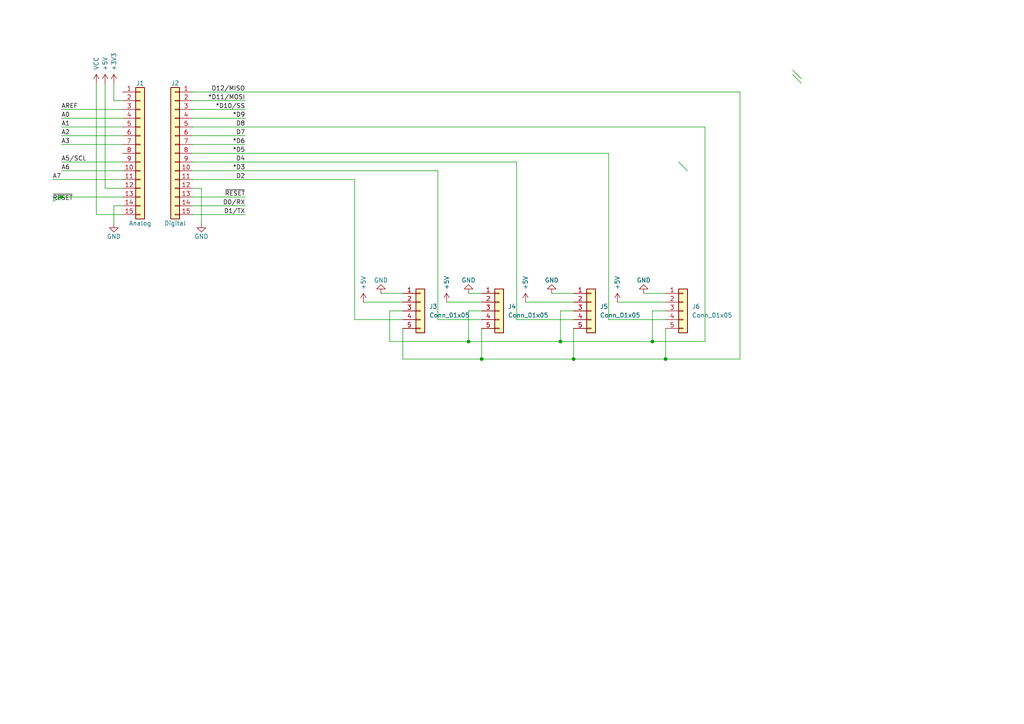
<source format=kicad_sch>
(kicad_sch (version 20211123) (generator eeschema)
  (paper "A4")
  (title_block (date "sam. 04 avril 2015"))
  (lib_symbols
    (symbol "Connector_Generic:Conn_01x05" (pin_names (offset 1.016) hide)
      (property "Reference" "J" (at 0 7.62 0))
      (property "Value" "Conn_01x05" (at 0 -7.62 0))
      (symbol "Conn_01x05_1_1"
        (rectangle (start -1.27 -4.953) (end 0 -5.207) (stroke (width 0.1524)))
        (rectangle (start -1.27 -2.413) (end 0 -2.667) (stroke (width 0.1524)))
        (rectangle (start -1.27 0.127) (end 0 -0.127) (stroke (width 0.1524)))
        (rectangle (start -1.27 2.667) (end 0 2.413) (stroke (width 0.1524)))
        (rectangle (start -1.27 5.207) (end 0 4.953) (stroke (width 0.1524)))
        (rectangle (start -1.27 6.35) (end 1.27 -6.35) (stroke (width 0.254)) (fill (type background)))
        (pin passive line (at -5.08 5.08 0) (length 3.81) (name "Pin_1") (number "1"))
        (pin passive line (at -5.08 2.54 0) (length 3.81) (name "Pin_2") (number "2"))
        (pin passive line (at -5.08 0 0) (length 3.81) (name "Pin_3") (number "3"))
        (pin passive line (at -5.08 -2.54 0) (length 3.81) (name "Pin_4") (number "4"))
        (pin passive line (at -5.08 -5.08 0) (length 3.81) (name "Pin_5") (number "5"))
      )
    )
    (symbol "Connector_Generic:Conn_01x15" (pin_names (offset 1.016) hide)
      (property "Reference" "J" (at 0 20.32 0))
      (property "Value" "Conn_01x15" (at 0 -20.32 0))
      (symbol "Conn_01x15_1_1"
        (rectangle (start -1.27 -17.653) (end 0 -17.907) (stroke (width 0.1524)))
        (rectangle (start -1.27 -15.113) (end 0 -15.367) (stroke (width 0.1524)))
        (rectangle (start -1.27 -12.573) (end 0 -12.827) (stroke (width 0.1524)))
        (rectangle (start -1.27 -10.033) (end 0 -10.287) (stroke (width 0.1524)))
        (rectangle (start -1.27 -7.493) (end 0 -7.747) (stroke (width 0.1524)))
        (rectangle (start -1.27 -4.953) (end 0 -5.207) (stroke (width 0.1524)))
        (rectangle (start -1.27 -2.413) (end 0 -2.667) (stroke (width 0.1524)))
        (rectangle (start -1.27 0.127) (end 0 -0.127) (stroke (width 0.1524)))
        (rectangle (start -1.27 2.667) (end 0 2.413) (stroke (width 0.1524)))
        (rectangle (start -1.27 5.207) (end 0 4.953) (stroke (width 0.1524)))
        (rectangle (start -1.27 7.747) (end 0 7.493) (stroke (width 0.1524)))
        (rectangle (start -1.27 10.287) (end 0 10.033) (stroke (width 0.1524)))
        (rectangle (start -1.27 12.827) (end 0 12.573) (stroke (width 0.1524)))
        (rectangle (start -1.27 15.367) (end 0 15.113) (stroke (width 0.1524)))
        (rectangle (start -1.27 17.907) (end 0 17.653) (stroke (width 0.1524)))
        (rectangle (start -1.27 19.05) (end 1.27 -19.05) (stroke (width 0.254)) (fill (type background)))
        (pin passive line (at -5.08 17.78 0) (length 3.81) (name "Pin_1") (number "1"))
        (pin passive line (at -5.08 -5.08 0) (length 3.81) (name "Pin_10") (number "10"))
        (pin passive line (at -5.08 -7.62 0) (length 3.81) (name "Pin_11") (number "11"))
        (pin passive line (at -5.08 -10.16 0) (length 3.81) (name "Pin_12") (number "12"))
        (pin passive line (at -5.08 -12.7 0) (length 3.81) (name "Pin_13") (number "13"))
        (pin passive line (at -5.08 -15.24 0) (length 3.81) (name "Pin_14") (number "14"))
        (pin passive line (at -5.08 -17.78 0) (length 3.81) (name "Pin_15") (number "15"))
        (pin passive line (at -5.08 15.24 0) (length 3.81) (name "Pin_2") (number "2"))
        (pin passive line (at -5.08 12.7 0) (length 3.81) (name "Pin_3") (number "3"))
        (pin passive line (at -5.08 10.16 0) (length 3.81) (name "Pin_4") (number "4"))
        (pin passive line (at -5.08 7.62 0) (length 3.81) (name "Pin_5") (number "5"))
        (pin passive line (at -5.08 5.08 0) (length 3.81) (name "Pin_6") (number "6"))
        (pin passive line (at -5.08 2.54 0) (length 3.81) (name "Pin_7") (number "7"))
        (pin passive line (at -5.08 0 0) (length 3.81) (name "Pin_8") (number "8"))
        (pin passive line (at -5.08 -2.54 0) (length 3.81) (name "Pin_9") (number "9"))
      )
    )
    (symbol "power:+3.3V" (power) (pin_names (offset 0))
      (property "Value" "+3.3V" (at 0 3.556 0))
      (symbol "+3.3V_0_1"
        (polyline (pts (xy -0.762 1.27) (xy 0 2.54)))
        (polyline (pts (xy 0 0) (xy 0 2.54)))
        (polyline (pts (xy 0 2.54) (xy 0.762 1.27)))
      )
      (symbol "+3.3V_1_1"
        (pin power_in line (at 0 0 90) (length 0) hide (name "+3V3") (number "1"))
      )
    )
    (symbol "power:+5V" (power) (pin_names (offset 0))
      (property "Value" "+5V" (at 0 3.556 0))
      (symbol "+5V_0_1"
        (polyline (pts (xy -0.762 1.27) (xy 0 2.54)))
        (polyline (pts (xy 0 0) (xy 0 2.54)))
        (polyline (pts (xy 0 2.54) (xy 0.762 1.27)))
      )
      (symbol "+5V_1_1"
        (pin power_in line (at 0 0 90) (length 0) hide (name "+5V") (number "1"))
      )
    )
    (symbol "power:GND" (power) (pin_names (offset 0))
      (property "Value" "GND" (at 0 -3.81 0))
      (symbol "GND_0_1"
        (polyline (pts (xy 0 0) (xy 0 -1.27) (xy 1.27 -1.27) (xy 0 -2.54) (xy -1.27 -1.27) (xy 0 -1.27)))
      )
      (symbol "GND_1_1"
        (pin power_in line (at 0 0 270) (length 0) hide (name "GND") (number "1"))
      )
    )
    (symbol "power:VCC" (power) (pin_names (offset 0))
      (property "Value" "VCC" (at 0 3.81 0))
      (symbol "VCC_0_1"
        (polyline (pts (xy -0.762 1.27) (xy 0 2.54)))
        (polyline (pts (xy 0 0) (xy 0 2.54)))
        (polyline (pts (xy 0 2.54) (xy 0.762 1.27)))
      )
      (symbol "VCC_1_1"
        (pin power_in line (at 0 0 90) (length 0) hide (name "VCC") (number "1"))
      )
    )
  )
  (junction (at 193.04 104.14))
  (junction (at 135.89 99.06))
  (junction (at 17.78 57.15))
  (junction (at 189.23 99.06))
  (junction (at 162.56 99.06))
  (junction (at 166.37 104.14))
  (junction (at 139.7 104.14))
  (bus_entry (at 196.85 46.99) (size 2.54 2.54))
  (bus_entry (at 229.87 20.32) (size 2.54 2.54))
  (bus_entry (at 229.87 21.59) (size 2.54 2.54))
  (wire (pts (xy 55.88 59.69) (xy 71.12 59.69)))
  (wire (pts (xy 152.4 87.63) (xy 166.37 87.63)))
  (wire (pts (xy 166.37 104.14) (xy 193.04 104.14)))
  (wire (pts (xy 176.53 44.45) (xy 176.53 92.71)))
  (wire (pts (xy 15.24 58.42) (xy 17.78 57.15)))
  (wire (pts (xy 35.56 29.21) (xy 33.02 29.21)))
  (wire (pts (xy 110.49 85.09) (xy 116.84 85.09)))
  (wire (pts (xy 204.47 36.83) (xy 204.47 99.06)))
  (wire (pts (xy 135.89 90.17) (xy 139.7 90.17)))
  (wire (pts (xy 17.78 39.37) (xy 35.56 39.37)))
  (wire (pts (xy 30.48 24.13) (xy 30.48 54.61)))
  (wire (pts (xy 35.56 54.61) (xy 30.48 54.61)))
  (wire (pts (xy 189.23 99.06) (xy 189.23 90.17)))
  (wire (pts (xy 135.89 99.06) (xy 135.89 90.17)))
  (wire (pts (xy 135.89 85.09) (xy 139.7 85.09)))
  (wire (pts (xy 162.56 99.06) (xy 189.23 99.06)))
  (wire (pts (xy 17.78 41.91) (xy 35.56 41.91)))
  (wire (pts (xy 55.88 31.75) (xy 71.12 31.75)))
  (wire (pts (xy 160.02 85.09) (xy 166.37 85.09)))
  (wire (pts (xy 55.88 39.37) (xy 71.12 39.37)))
  (wire (pts (xy 113.03 99.06) (xy 113.03 90.17)))
  (wire (pts (xy 105.41 87.63) (xy 116.84 87.63)))
  (wire (pts (xy 139.7 95.25) (xy 139.7 104.14)))
  (wire (pts (xy 55.88 52.07) (xy 102.87 52.07)))
  (wire (pts (xy 127 49.53) (xy 127 92.71)))
  (wire (pts (xy 102.87 92.71) (xy 116.84 92.71)))
  (wire (pts (xy 113.03 99.06) (xy 135.89 99.06)))
  (wire (pts (xy 193.04 104.14) (xy 193.04 95.25)))
  (wire (pts (xy 139.7 104.14) (xy 166.37 104.14)))
  (wire (pts (xy 116.84 95.25) (xy 116.84 104.14)))
  (wire (pts (xy 17.78 31.75) (xy 35.56 31.75)))
  (wire (pts (xy 179.07 87.63) (xy 193.04 87.63)))
  (wire (pts (xy 55.88 44.45) (xy 176.53 44.45)))
  (wire (pts (xy 33.02 24.13) (xy 33.02 29.21)))
  (wire (pts (xy 55.88 54.61) (xy 58.42 54.61)))
  (wire (pts (xy 55.88 26.67) (xy 214.63 26.67)))
  (wire (pts (xy 27.94 24.13) (xy 27.94 62.23)))
  (wire (pts (xy 35.56 62.23) (xy 27.94 62.23)))
  (wire (pts (xy 17.78 57.15) (xy 35.56 57.15)))
  (wire (pts (xy 55.88 41.91) (xy 71.12 41.91)))
  (wire (pts (xy 55.88 46.99) (xy 149.86 46.99)))
  (wire (pts (xy 149.86 92.71) (xy 166.37 92.71)))
  (wire (pts (xy 113.03 90.17) (xy 116.84 90.17)))
  (wire (pts (xy 162.56 99.06) (xy 162.56 90.17)))
  (wire (pts (xy 17.78 34.29) (xy 35.56 34.29)))
  (wire (pts (xy 162.56 90.17) (xy 166.37 90.17)))
  (wire (pts (xy 127 92.71) (xy 139.7 92.71)))
  (wire (pts (xy 55.88 49.53) (xy 127 49.53)))
  (wire (pts (xy 189.23 90.17) (xy 193.04 90.17)))
  (wire (pts (xy 15.24 57.15) (xy 17.78 57.15)))
  (wire (pts (xy 186.69 85.09) (xy 193.04 85.09)))
  (wire (pts (xy 15.24 52.07) (xy 35.56 52.07)))
  (wire (pts (xy 17.78 46.99) (xy 35.56 46.99)))
  (wire (pts (xy 55.88 36.83) (xy 204.47 36.83)))
  (wire (pts (xy 189.23 99.06) (xy 204.47 99.06)))
  (wire (pts (xy 129.54 87.63) (xy 139.7 87.63)))
  (wire (pts (xy 149.86 46.99) (xy 149.86 92.71)))
  (wire (pts (xy 55.88 34.29) (xy 71.12 34.29)))
  (wire (pts (xy 55.88 57.15) (xy 71.12 57.15)))
  (wire (pts (xy 214.63 26.67) (xy 214.63 104.14)))
  (wire (pts (xy 135.89 99.06) (xy 162.56 99.06)))
  (wire (pts (xy 58.42 54.61) (xy 58.42 64.77)))
  (wire (pts (xy 55.88 62.23) (xy 71.12 62.23)))
  (wire (pts (xy 17.78 49.53) (xy 35.56 49.53)))
  (wire (pts (xy 214.63 104.14) (xy 193.04 104.14)))
  (wire (pts (xy 116.84 104.14) (xy 139.7 104.14)))
  (wire (pts (xy 166.37 95.25) (xy 166.37 104.14)))
  (wire (pts (xy 102.87 52.07) (xy 102.87 92.71)))
  (wire (pts (xy 33.02 59.69) (xy 33.02 64.77)))
  (wire (pts (xy 35.56 59.69) (xy 33.02 59.69)))
  (wire (pts (xy 17.78 36.83) (xy 35.56 36.83)))
  (wire (pts (xy 176.53 92.71) (xy 193.04 92.71)))
  (wire (pts (xy 55.88 29.21) (xy 71.12 29.21)))
  (label "D4" (at 71.12 46.99 180))
  (label "*D5" (at 71.12 44.45 180))
  (label "A2" (at 17.78 39.37 0))
  (label "D7" (at 71.12 39.37 180))
  (label "A7" (at 15.24 52.07 0))
  (label "*D6" (at 71.12 41.91 180))
  (label "*D11{slash}MOSI" (at 71.12 29.21 180))
  (label "A1" (at 17.78 36.83 0))
  (label "A5{slash}SCL" (at 17.78 46.99 0))
  (label "A3" (at 17.78 41.91 0))
  (label "~{RESET}" (at 71.12 57.15 180))
  (label "~{RESET}" (at 15.24 58.42 0))
  (label "A6" (at 17.78 49.53 0))
  (label "A0" (at 17.78 34.29 0))
  (label "*D9" (at 71.12 34.29 180))
  (label "*D3" (at 71.12 49.53 180))
  (label "D2" (at 71.12 52.07 180))
  (label "D8" (at 71.12 36.83 180))
  (label "D1{slash}TX" (at 71.12 62.23 180))
  (label "D0{slash}RX" (at 71.12 59.69 180))
  (label "AREF" (at 17.78 31.75 0))
  (label "*D10{slash}SS" (at 71.12 31.75 180))
  (label "D12{slash}MISO" (at 71.12 26.67 180))
  (symbol (lib_id "Connector_Generic:Conn_01x15") (at 40.64 44.45 0) (unit 1)
    (property "Reference" "J1" (at 40.64 24.13 0))
    (property "Value" "Analog" (at 40.64 64.77 0))
    (property "Footprint" "Connector_PinHeader_2.54mm:PinHeader_1x15_P2.54mm_Vertical" (effects hide))
  )
  (symbol (lib_id "Connector_Generic:Conn_01x15") (at 50.8 44.45 0) (mirror y) (unit 1)
    (property "Reference" "J2" (at 50.8 24.13 0))
    (property "Value" "Digital" (at 50.8 64.77 0))
    (property "Footprint" "Connector_PinHeader_2.54mm:PinHeader_1x15_P2.54mm_Vertical" (effects hide))
  )
  (symbol (lib_id "power:+5V") (at 179.07 87.63 0) (unit 1)
    (property "Reference" "#PWR0108" (effects hide))
    (property "Value" "+5V" (at 179.07 84.074 90) (effects (justify left)))
  )
  (symbol (lib_id "power:+5V") (at 105.41 87.63 0) (unit 1)
    (property "Reference" "#PWR0112" (effects hide))
    (property "Value" "+5V" (at 105.41 84.074 90) (effects (justify left)))
  )
  (symbol (lib_id "power:GND") (at 110.49 85.09 180) (unit 1)
    (property "Reference" "#PWR0113" (effects hide))
    (property "Value" "GND" (at 110.49 81.28 0))
  )
  (symbol (lib_id "Connector_Generic:Conn_01x05") (at 198.12 90.17 0) (unit 1)
    (property "Reference" "J6" (at 200.66 88.8999 0) (effects (justify left)))
    (property "Value" "Conn_01x05" (at 200.66 91.4399 0) (effects (justify left)))
    (property "Footprint" "Connector_PinHeader_2.54mm:PinHeader_1x05_P2.54mm_Vertical" (effects hide))
  )
  (symbol (lib_id "power:GND") (at 135.89 85.09 180) (unit 1)
    (property "Reference" "#PWR0111" (effects hide))
    (property "Value" "GND" (at 135.89 81.28 0))
  )
  (symbol (lib_id "power:+5V") (at 30.48 24.13 0) (unit 1)
    (property "Reference" "#PWR0103" (effects hide))
    (property "Value" "+5V" (at 30.48 20.574 90) (effects (justify left)))
  )
  (symbol (lib_id "power:+3.3V") (at 33.02 24.13 0) (unit 1)
    (property "Reference" "#PWR0102" (effects hide))
    (property "Value" "+3.3V" (at 33.02 20.574 90) (effects (justify left)))
  )
  (symbol (lib_id "power:GND") (at 160.02 85.09 180) (unit 1)
    (property "Reference" "#PWR0107" (effects hide))
    (property "Value" "GND" (at 160.02 81.28 0))
  )
  (symbol (lib_id "power:VCC") (at 27.94 24.13 0) (unit 1)
    (property "Reference" "#PWR0101" (effects hide))
    (property "Value" "VCC" (at 27.94 20.32 90) (effects (justify left)))
  )
  (symbol (lib_id "Connector_Generic:Conn_01x05") (at 121.92 90.17 0) (unit 1)
    (property "Reference" "J3" (at 124.46 88.8999 0) (effects (justify left)))
    (property "Value" "Conn_01x05" (at 124.46 91.4399 0) (effects (justify left)))
    (property "Footprint" "Connector_PinHeader_2.54mm:PinHeader_1x05_P2.54mm_Vertical" (effects hide))
  )
  (symbol (lib_id "power:+5V") (at 129.54 87.63 0) (unit 1)
    (property "Reference" "#PWR0110" (effects hide))
    (property "Value" "+5V" (at 129.54 84.074 90) (effects (justify left)))
  )
  (symbol (lib_id "Connector_Generic:Conn_01x05") (at 171.45 90.17 0) (unit 1)
    (property "Reference" "J5" (at 173.99 88.8999 0) (effects (justify left)))
    (property "Value" "Conn_01x05" (at 173.99 91.4399 0) (effects (justify left)))
    (property "Footprint" "Connector_PinHeader_2.54mm:PinHeader_1x05_P2.54mm_Vertical" (effects hide))
  )
  (symbol (lib_id "power:GND") (at 58.42 64.77 0) (unit 1)
    (property "Reference" "#PWR0105" (effects hide))
    (property "Value" "GND" (at 58.42 68.58 0))
  )
  (symbol (lib_id "Connector_Generic:Conn_01x05") (at 144.78 90.17 0) (unit 1)
    (property "Reference" "J4" (at 147.32 88.8999 0) (effects (justify left)))
    (property "Value" "Conn_01x05" (at 147.32 91.4399 0) (effects (justify left)))
    (property "Footprint" "Connector_PinHeader_2.54mm:PinHeader_1x05_P2.54mm_Vertical" (effects hide))
  )
  (symbol (lib_id "power:GND") (at 186.69 85.09 180) (unit 1)
    (property "Reference" "#PWR0109" (effects hide))
    (property "Value" "GND" (at 186.69 81.28 0))
  )
  (symbol (lib_id "power:GND") (at 33.02 64.77 0) (unit 1)
    (property "Reference" "#PWR0104" (effects hide))
    (property "Value" "GND" (at 33.02 68.58 0))
  )
  (symbol (lib_id "power:+5V") (at 152.4 87.63 0) (unit 1)
    (property "Reference" "#PWR0106" (effects hide))
    (property "Value" "+5V" (at 152.4 84.074 90) (effects (justify left)))
  )
)
</source>
